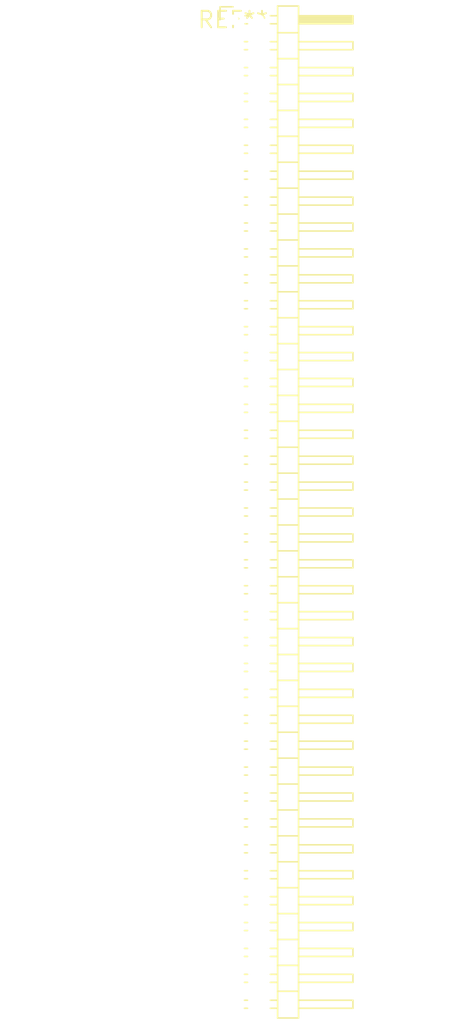
<source format=kicad_pcb>
(kicad_pcb (version 20240108) (generator pcbnew)
  (layers (0 "F.Cu" signal) (31 "B.Cu" signal) (34 "B.Paste" user) (35 "F.Paste" user) (36 "B.SilkS" user "B.Silkscreen") (37 "F.SilkS" user "F.Silkscreen") (38 "B.Mask" user) (39 "F.Mask" user) (44 "Edge.Cuts" user))
  (net 0 "")
  (footprint "PinHeader_2x39_P2.00mm_Horizontal" (layer "F.Cu") (at 0 0)
    (property "Reference" "REF**")
    (property "Value" "PinHeader_2x39_P2.00mm_Horizontal")
    (fp_line (start -1 -1) (end 0 -1) (layer "F.SilkS") (stroke (width 0.12)))
    (fp_line (start -1 0) (end -1 -1) (layer "F.SilkS") (stroke (width 0.12)))
    (fp_line (start 0.882114 1.69) (end 1.117886 1.69) (layer "F.SilkS") (stroke (width 0.12)))
    (fp_line (start 0.882114 2.31) (end 1.117886 2.31) (layer "F.SilkS") (stroke (width 0.12)))
    (fp_line (start 0.882114 3.69) (end 1.117886 3.69) (layer "F.SilkS") (stroke (width 0.12)))
    (fp_line (start 0.882114 4.31) (end 1.117886 4.31) (layer "F.SilkS") (stroke (width 0.12)))
    (fp_line (start 0.882114 5.69) (end 1.117886 5.69) (layer "F.SilkS") (stroke (width 0.12)))
    (fp_line (start 0.882114 6.31) (end 1.117886 6.31) (layer "F.SilkS") (stroke (width 0.12)))
    (fp_line (start 0.882114 7.69) (end 1.117886 7.69) (layer "F.SilkS") (stroke (width 0.12)))
    (fp_line (start 0.882114 8.31) (end 1.117886 8.31) (layer "F.SilkS") (stroke (width 0.12)))
    (fp_line (start 0.882114 9.69) (end 1.117886 9.69) (layer "F.SilkS") (stroke (width 0.12)))
    (fp_line (start 0.882114 10.31) (end 1.117886 10.31) (layer "F.SilkS") (stroke (width 0.12)))
    (fp_line (start 0.882114 11.69) (end 1.117886 11.69) (layer "F.SilkS") (stroke (width 0.12)))
    (fp_line (start 0.882114 12.31) (end 1.117886 12.31) (layer "F.SilkS") (stroke (width 0.12)))
    (fp_line (start 0.882114 13.69) (end 1.117886 13.69) (layer "F.SilkS") (stroke (width 0.12)))
    (fp_line (start 0.882114 14.31) (end 1.117886 14.31) (layer "F.SilkS") (stroke (width 0.12)))
    (fp_line (start 0.882114 15.69) (end 1.117886 15.69) (layer "F.SilkS") (stroke (width 0.12)))
    (fp_line (start 0.882114 16.31) (end 1.117886 16.31) (layer "F.SilkS") (stroke (width 0.12)))
    (fp_line (start 0.882114 17.69) (end 1.117886 17.69) (layer "F.SilkS") (stroke (width 0.12)))
    (fp_line (start 0.882114 18.31) (end 1.117886 18.31) (layer "F.SilkS") (stroke (width 0.12)))
    (fp_line (start 0.882114 19.69) (end 1.117886 19.69) (layer "F.SilkS") (stroke (width 0.12)))
    (fp_line (start 0.882114 20.31) (end 1.117886 20.31) (layer "F.SilkS") (stroke (width 0.12)))
    (fp_line (start 0.882114 21.69) (end 1.117886 21.69) (layer "F.SilkS") (stroke (width 0.12)))
    (fp_line (start 0.882114 22.31) (end 1.117886 22.31) (layer "F.SilkS") (stroke (width 0.12)))
    (fp_line (start 0.882114 23.69) (end 1.117886 23.69) (layer "F.SilkS") (stroke (width 0.12)))
    (fp_line (start 0.882114 24.31) (end 1.117886 24.31) (layer "F.SilkS") (stroke (width 0.12)))
    (fp_line (start 0.882114 25.69) (end 1.117886 25.69) (layer "F.SilkS") (stroke (width 0.12)))
    (fp_line (start 0.882114 26.31) (end 1.117886 26.31) (layer "F.SilkS") (stroke (width 0.12)))
    (fp_line (start 0.882114 27.69) (end 1.117886 27.69) (layer "F.SilkS") (stroke (width 0.12)))
    (fp_line (start 0.882114 28.31) (end 1.117886 28.31) (layer "F.SilkS") (stroke (width 0.12)))
    (fp_line (start 0.882114 29.69) (end 1.117886 29.69) (layer "F.SilkS") (stroke (width 0.12)))
    (fp_line (start 0.882114 30.31) (end 1.117886 30.31) (layer "F.SilkS") (stroke (width 0.12)))
    (fp_line (start 0.882114 31.69) (end 1.117886 31.69) (layer "F.SilkS") (stroke (width 0.12)))
    (fp_line (start 0.882114 32.31) (end 1.117886 32.31) (layer "F.SilkS") (stroke (width 0.12)))
    (fp_line (start 0.882114 33.69) (end 1.117886 33.69) (layer "F.SilkS") (stroke (width 0.12)))
    (fp_line (start 0.882114 34.31) (end 1.117886 34.31) (layer "F.SilkS") (stroke (width 0.12)))
    (fp_line (start 0.882114 35.69) (end 1.117886 35.69) (layer "F.SilkS") (stroke (width 0.12)))
    (fp_line (start 0.882114 36.31) (end 1.117886 36.31) (layer "F.SilkS") (stroke (width 0.12)))
    (fp_line (start 0.882114 37.69) (end 1.117886 37.69) (layer "F.SilkS") (stroke (width 0.12)))
    (fp_line (start 0.882114 38.31) (end 1.117886 38.31) (layer "F.SilkS") (stroke (width 0.12)))
    (fp_line (start 0.882114 39.69) (end 1.117886 39.69) (layer "F.SilkS") (stroke (width 0.12)))
    (fp_line (start 0.882114 40.31) (end 1.117886 40.31) (layer "F.SilkS") (stroke (width 0.12)))
    (fp_line (start 0.882114 41.69) (end 1.117886 41.69) (layer "F.SilkS") (stroke (width 0.12)))
    (fp_line (start 0.882114 42.31) (end 1.117886 42.31) (layer "F.SilkS") (stroke (width 0.12)))
    (fp_line (start 0.882114 43.69) (end 1.117886 43.69) (layer "F.SilkS") (stroke (width 0.12)))
    (fp_line (start 0.882114 44.31) (end 1.117886 44.31) (layer "F.SilkS") (stroke (width 0.12)))
    (fp_line (start 0.882114 45.69) (end 1.117886 45.69) (layer "F.SilkS") (stroke (width 0.12)))
    (fp_line (start 0.882114 46.31) (end 1.117886 46.31) (layer "F.SilkS") (stroke (width 0.12)))
    (fp_line (start 0.882114 47.69) (end 1.117886 47.69) (layer "F.SilkS") (stroke (width 0.12)))
    (fp_line (start 0.882114 48.31) (end 1.117886 48.31) (layer "F.SilkS") (stroke (width 0.12)))
    (fp_line (start 0.882114 49.69) (end 1.117886 49.69) (layer "F.SilkS") (stroke (width 0.12)))
    (fp_line (start 0.882114 50.31) (end 1.117886 50.31) (layer "F.SilkS") (stroke (width 0.12)))
    (fp_line (start 0.882114 51.69) (end 1.117886 51.69) (layer "F.SilkS") (stroke (width 0.12)))
    (fp_line (start 0.882114 52.31) (end 1.117886 52.31) (layer "F.SilkS") (stroke (width 0.12)))
    (fp_line (start 0.882114 53.69) (end 1.117886 53.69) (layer "F.SilkS") (stroke (width 0.12)))
    (fp_line (start 0.882114 54.31) (end 1.117886 54.31) (layer "F.SilkS") (stroke (width 0.12)))
    (fp_line (start 0.882114 55.69) (end 1.117886 55.69) (layer "F.SilkS") (stroke (width 0.12)))
    (fp_line (start 0.882114 56.31) (end 1.117886 56.31) (layer "F.SilkS") (stroke (width 0.12)))
    (fp_line (start 0.882114 57.69) (end 1.117886 57.69) (layer "F.SilkS") (stroke (width 0.12)))
    (fp_line (start 0.882114 58.31) (end 1.117886 58.31) (layer "F.SilkS") (stroke (width 0.12)))
    (fp_line (start 0.882114 59.69) (end 1.117886 59.69) (layer "F.SilkS") (stroke (width 0.12)))
    (fp_line (start 0.882114 60.31) (end 1.117886 60.31) (layer "F.SilkS") (stroke (width 0.12)))
    (fp_line (start 0.882114 61.69) (end 1.117886 61.69) (layer "F.SilkS") (stroke (width 0.12)))
    (fp_line (start 0.882114 62.31) (end 1.117886 62.31) (layer "F.SilkS") (stroke (width 0.12)))
    (fp_line (start 0.882114 63.69) (end 1.117886 63.69) (layer "F.SilkS") (stroke (width 0.12)))
    (fp_line (start 0.882114 64.31) (end 1.117886 64.31) (layer "F.SilkS") (stroke (width 0.12)))
    (fp_line (start 0.882114 65.69) (end 1.117886 65.69) (layer "F.SilkS") (stroke (width 0.12)))
    (fp_line (start 0.882114 66.31) (end 1.117886 66.31) (layer "F.SilkS") (stroke (width 0.12)))
    (fp_line (start 0.882114 67.69) (end 1.117886 67.69) (layer "F.SilkS") (stroke (width 0.12)))
    (fp_line (start 0.882114 68.31) (end 1.117886 68.31) (layer "F.SilkS") (stroke (width 0.12)))
    (fp_line (start 0.882114 69.69) (end 1.117886 69.69) (layer "F.SilkS") (stroke (width 0.12)))
    (fp_line (start 0.882114 70.31) (end 1.117886 70.31) (layer "F.SilkS") (stroke (width 0.12)))
    (fp_line (start 0.882114 71.69) (end 1.117886 71.69) (layer "F.SilkS") (stroke (width 0.12)))
    (fp_line (start 0.882114 72.31) (end 1.117886 72.31) (layer "F.SilkS") (stroke (width 0.12)))
    (fp_line (start 0.882114 73.69) (end 1.117886 73.69) (layer "F.SilkS") (stroke (width 0.12)))
    (fp_line (start 0.882114 74.31) (end 1.117886 74.31) (layer "F.SilkS") (stroke (width 0.12)))
    (fp_line (start 0.882114 75.69) (end 1.117886 75.69) (layer "F.SilkS") (stroke (width 0.12)))
    (fp_line (start 0.882114 76.31) (end 1.117886 76.31) (layer "F.SilkS") (stroke (width 0.12)))
    (fp_line (start 0.935 -0.31) (end 1.117886 -0.31) (layer "F.SilkS") (stroke (width 0.12)))
    (fp_line (start 0.935 0.31) (end 1.117886 0.31) (layer "F.SilkS") (stroke (width 0.12)))
    (fp_line (start 2.882114 -0.31) (end 3.44 -0.31) (layer "F.SilkS") (stroke (width 0.12)))
    (fp_line (start 2.882114 0.31) (end 3.44 0.31) (layer "F.SilkS") (stroke (width 0.12)))
    (fp_line (start 2.882114 1.69) (end 3.44 1.69) (layer "F.SilkS") (stroke (width 0.12)))
    (fp_line (start 2.882114 2.31) (end 3.44 2.31) (layer "F.SilkS") (stroke (width 0.12)))
    (fp_line (start 2.882114 3.69) (end 3.44 3.69) (layer "F.SilkS") (stroke (width 0.12)))
    (fp_line (start 2.882114 4.31) (end 3.44 4.31) (layer "F.SilkS") (stroke (width 0.12)))
    (fp_line (start 2.882114 5.69) (end 3.44 5.69) (layer "F.SilkS") (stroke (width 0.12)))
    (fp_line (start 2.882114 6.31) (end 3.44 6.31) (layer "F.SilkS") (stroke (width 0.12)))
    (fp_line (start 2.882114 7.69) (end 3.44 7.69) (layer "F.SilkS") (stroke (width 0.12)))
    (fp_line (start 2.882114 8.31) (end 3.44 8.31) (layer "F.SilkS") (stroke (width 0.12)))
    (fp_line (start 2.882114 9.69) (end 3.44 9.69) (layer "F.SilkS") (stroke (width 0.12)))
    (fp_line (start 2.882114 10.31) (end 3.44 10.31) (layer "F.SilkS") (stroke (width 0.12)))
    (fp_line (start 2.882114 11.69) (end 3.44 11.69) (layer "F.SilkS") (stroke (width 0.12)))
    (fp_line (start 2.882114 12.31) (end 3.44 12.31) (layer "F.SilkS") (stroke (width 0.12)))
    (fp_line (start 2.882114 13.69) (end 3.44 13.69) (layer "F.SilkS") (stroke (width 0.12)))
    (fp_line (start 2.882114 14.31) (end 3.44 14.31) (layer "F.SilkS") (stroke (width 0.12)))
    (fp_line (start 2.882114 15.69) (end 3.44 15.69) (layer "F.SilkS") (stroke (width 0.12)))
    (fp_line (start 2.882114 16.31) (end 3.44 16.31) (layer "F.SilkS") (stroke (width 0.12)))
    (fp_line (start 2.882114 17.69) (end 3.44 17.69) (layer "F.SilkS") (stroke (width 0.12)))
    (fp_line (start 2.882114 18.31) (end 3.44 18.31) (layer "F.SilkS") (stroke (width 0.12)))
    (fp_line (start 2.882114 19.69) (end 3.44 19.69) (layer "F.SilkS") (stroke (width 0.12)))
    (fp_line (start 2.882114 20.31) (end 3.44 20.31) (layer "F.SilkS") (stroke (width 0.12)))
    (fp_line (start 2.882114 21.69) (end 3.44 21.69) (layer "F.SilkS") (stroke (width 0.12)))
    (fp_line (start 2.882114 22.31) (end 3.44 22.31) (layer "F.SilkS") (stroke (width 0.12)))
    (fp_line (start 2.882114 23.69) (end 3.44 23.69) (layer "F.SilkS") (stroke (width 0.12)))
    (fp_line (start 2.882114 24.31) (end 3.44 24.31) (layer "F.SilkS") (stroke (width 0.12)))
    (fp_line (start 2.882114 25.69) (end 3.44 25.69) (layer "F.SilkS") (stroke (width 0.12)))
    (fp_line (start 2.882114 26.31) (end 3.44 26.31) (layer "F.SilkS") (stroke (width 0.12)))
    (fp_line (start 2.882114 27.69) (end 3.44 27.69) (layer "F.SilkS") (stroke (width 0.12)))
    (fp_line (start 2.882114 28.31) (end 3.44 28.31) (layer "F.SilkS") (stroke (width 0.12)))
    (fp_line (start 2.882114 29.69) (end 3.44 29.69) (layer "F.SilkS") (stroke (width 0.12)))
    (fp_line (start 2.882114 30.31) (end 3.44 30.31) (layer "F.SilkS") (stroke (width 0.12)))
    (fp_line (start 2.882114 31.69) (end 3.44 31.69) (layer "F.SilkS") (stroke (width 0.12)))
    (fp_line (start 2.882114 32.31) (end 3.44 32.31) (layer "F.SilkS") (stroke (width 0.12)))
    (fp_line (start 2.882114 33.69) (end 3.44 33.69) (layer "F.SilkS") (stroke (width 0.12)))
    (fp_line (start 2.882114 34.31) (end 3.44 34.31) (layer "F.SilkS") (stroke (width 0.12)))
    (fp_line (start 2.882114 35.69) (end 3.44 35.69) (layer "F.SilkS") (stroke (width 0.12)))
    (fp_line (start 2.882114 36.31) (end 3.44 36.31) (layer "F.SilkS") (stroke (width 0.12)))
    (fp_line (start 2.882114 37.69) (end 3.44 37.69) (layer "F.SilkS") (stroke (width 0.12)))
    (fp_line (start 2.882114 38.31) (end 3.44 38.31) (layer "F.SilkS") (stroke (width 0.12)))
    (fp_line (start 2.882114 39.69) (end 3.44 39.69) (layer "F.SilkS") (stroke (width 0.12)))
    (fp_line (start 2.882114 40.31) (end 3.44 40.31) (layer "F.SilkS") (stroke (width 0.12)))
    (fp_line (start 2.882114 41.69) (end 3.44 41.69) (layer "F.SilkS") (stroke (width 0.12)))
    (fp_line (start 2.882114 42.31) (end 3.44 42.31) (layer "F.SilkS") (stroke (width 0.12)))
    (fp_line (start 2.882114 43.69) (end 3.44 43.69) (layer "F.SilkS") (stroke (width 0.12)))
    (fp_line (start 2.882114 44.31) (end 3.44 44.31) (layer "F.SilkS") (stroke (width 0.12)))
    (fp_line (start 2.882114 45.69) (end 3.44 45.69) (layer "F.SilkS") (stroke (width 0.12)))
    (fp_line (start 2.882114 46.31) (end 3.44 46.31) (layer "F.SilkS") (stroke (width 0.12)))
    (fp_line (start 2.882114 47.69) (end 3.44 47.69) (layer "F.SilkS") (stroke (width 0.12)))
    (fp_line (start 2.882114 48.31) (end 3.44 48.31) (layer "F.SilkS") (stroke (width 0.12)))
    (fp_line (start 2.882114 49.69) (end 3.44 49.69) (layer "F.SilkS") (stroke (width 0.12)))
    (fp_line (start 2.882114 50.31) (end 3.44 50.31) (layer "F.SilkS") (stroke (width 0.12)))
    (fp_line (start 2.882114 51.69) (end 3.44 51.69) (layer "F.SilkS") (stroke (width 0.12)))
    (fp_line (start 2.882114 52.31) (end 3.44 52.31) (layer "F.SilkS") (stroke (width 0.12)))
    (fp_line (start 2.882114 53.69) (end 3.44 53.69) (layer "F.SilkS") (stroke (width 0.12)))
    (fp_line (start 2.882114 54.31) (end 3.44 54.31) (layer "F.SilkS") (stroke (width 0.12)))
    (fp_line (start 2.882114 55.69) (end 3.44 55.69) (layer "F.SilkS") (stroke (width 0.12)))
    (fp_line (start 2.882114 56.31) (end 3.44 56.31) (layer "F.SilkS") (stroke (width 0.12)))
    (fp_line (start 2.882114 57.69) (end 3.44 57.69) (layer "F.SilkS") (stroke (width 0.12)))
    (fp_line (start 2.882114 58.31) (end 3.44 58.31) (layer "F.SilkS") (stroke (width 0.12)))
    (fp_line (start 2.882114 59.69) (end 3.44 59.69) (layer "F.SilkS") (stroke (width 0.12)))
    (fp_line (start 2.882114 60.31) (end 3.44 60.31) (layer "F.SilkS") (stroke (width 0.12)))
    (fp_line (start 2.882114 61.69) (end 3.44 61.69) (layer "F.SilkS") (stroke (width 0.12)))
    (fp_line (start 2.882114 62.31) (end 3.44 62.31) (layer "F.SilkS") (stroke (width 0.12)))
    (fp_line (start 2.882114 63.69) (end 3.44 63.69) (layer "F.SilkS") (stroke (width 0.12)))
    (fp_line (start 2.882114 64.31) (end 3.44 64.31) (layer "F.SilkS") (stroke (width 0.12)))
    (fp_line (start 2.882114 65.69) (end 3.44 65.69) (layer "F.SilkS") (stroke (width 0.12)))
    (fp_line (start 2.882114 66.31) (end 3.44 66.31) (layer "F.SilkS") (stroke (width 0.12)))
    (fp_line (start 2.882114 67.69) (end 3.44 67.69) (layer "F.SilkS") (stroke (width 0.12)))
    (fp_line (start 2.882114 68.31) (end 3.44 68.31) (layer "F.SilkS") (stroke (width 0.12)))
    (fp_line (start 2.882114 69.69) (end 3.44 69.69) (layer "F.SilkS") (stroke (width 0.12)))
    (fp_line (start 2.882114 70.31) (end 3.44 70.31) (layer "F.SilkS") (stroke (width 0.12)))
    (fp_line (start 2.882114 71.69) (end 3.44 71.69) (layer "F.SilkS") (stroke (width 0.12)))
    (fp_line (start 2.882114 72.31) (end 3.44 72.31) (layer "F.SilkS") (stroke (width 0.12)))
    (fp_line (start 2.882114 73.69) (end 3.44 73.69) (layer "F.SilkS") (stroke (width 0.12)))
    (fp_line (start 2.882114 74.31) (end 3.44 74.31) (layer "F.SilkS") (stroke (width 0.12)))
    (fp_line (start 2.882114 75.69) (end 3.44 75.69) (layer "F.SilkS") (stroke (width 0.12)))
    (fp_line (start 2.882114 76.31) (end 3.44 76.31) (layer "F.SilkS") (stroke (width 0.12)))
    (fp_line (start 3.44 -1.06) (end 3.44 77.06) (layer "F.SilkS") (stroke (width 0.12)))
    (fp_line (start 3.44 1) (end 5.06 1) (layer "F.SilkS") (stroke (width 0.12)))
    (fp_line (start 3.44 3) (end 5.06 3) (layer "F.SilkS") (stroke (width 0.12)))
    (fp_line (start 3.44 5) (end 5.06 5) (layer "F.SilkS") (stroke (width 0.12)))
    (fp_line (start 3.44 7) (end 5.06 7) (layer "F.SilkS") (stroke (width 0.12)))
    (fp_line (start 3.44 9) (end 5.06 9) (layer "F.SilkS") (stroke (width 0.12)))
    (fp_line (start 3.44 11) (end 5.06 11) (layer "F.SilkS") (stroke (width 0.12)))
    (fp_line (start 3.44 13) (end 5.06 13) (layer "F.SilkS") (stroke (width 0.12)))
    (fp_line (start 3.44 15) (end 5.06 15) (layer "F.SilkS") (stroke (width 0.12)))
    (fp_line (start 3.44 17) (end 5.06 17) (layer "F.SilkS") (stroke (width 0.12)))
    (fp_line (start 3.44 19) (end 5.06 19) (layer "F.SilkS") (stroke (width 0.12)))
    (fp_line (start 3.44 21) (end 5.06 21) (layer "F.SilkS") (stroke (width 0.12)))
    (fp_line (start 3.44 23) (end 5.06 23) (layer "F.SilkS") (stroke (width 0.12)))
    (fp_line (start 3.44 25) (end 5.06 25) (layer "F.SilkS") (stroke (width 0.12)))
    (fp_line (start 3.44 27) (end 5.06 27) (layer "F.SilkS") (stroke (width 0.12)))
    (fp_line (start 3.44 29) (end 5.06 29) (layer "F.SilkS") (stroke (width 0.12)))
    (fp_line (start 3.44 31) (end 5.06 31) (layer "F.SilkS") (stroke (width 0.12)))
    (fp_line (start 3.44 33) (end 5.06 33) (layer "F.SilkS") (stroke (width 0.12)))
    (fp_line (start 3.44 35) (end 5.06 35) (layer "F.SilkS") (stroke (width 0.12)))
    (fp_line (start 3.44 37) (end 5.06 37) (layer "F.SilkS") (stroke (width 0.12)))
    (fp_line (start 3.44 39) (end 5.06 39) (layer "F.SilkS") (stroke (width 0.12)))
    (fp_line (start 3.44 41) (end 5.06 41) (layer "F.SilkS") (stroke (width 0.12)))
    (fp_line (start 3.44 43) (end 5.06 43) (layer "F.SilkS") (stroke (width 0.12)))
    (fp_line (start 3.44 45) (end 5.06 45) (layer "F.SilkS") (stroke (width 0.12)))
    (fp_line (start 3.44 47) (end 5.06 47) (layer "F.SilkS") (stroke (width 0.12)))
    (fp_line (start 3.44 49) (end 5.06 49) (layer "F.SilkS") (stroke (width 0.12)))
    (fp_line (start 3.44 51) (end 5.06 51) (layer "F.SilkS") (stroke (width 0.12)))
    (fp_line (start 3.44 53) (end 5.06 53) (layer "F.SilkS") (stroke (width 0.12)))
    (fp_line (start 3.44 55) (end 5.06 55) (layer "F.SilkS") (stroke (width 0.12)))
    (fp_line (start 3.44 57) (end 5.06 57) (layer "F.SilkS") (stroke (width 0.12)))
    (fp_line (start 3.44 59) (end 5.06 59) (layer "F.SilkS") (stroke (width 0.12)))
    (fp_line (start 3.44 61) (end 5.06 61) (layer "F.SilkS") (stroke (width 0.12)))
    (fp_line (start 3.44 63) (end 5.06 63) (layer "F.SilkS") (stroke (width 0.12)))
    (fp_line (start 3.44 65) (end 5.06 65) (layer "F.SilkS") (stroke (width 0.12)))
    (fp_line (start 3.44 67) (end 5.06 67) (layer "F.SilkS") (stroke (width 0.12)))
    (fp_line (start 3.44 69) (end 5.06 69) (layer "F.SilkS") (stroke (width 0.12)))
    (fp_line (start 3.44 71) (end 5.06 71) (layer "F.SilkS") (stroke (width 0.12)))
    (fp_line (start 3.44 73) (end 5.06 73) (layer "F.SilkS") (stroke (width 0.12)))
    (fp_line (start 3.44 75) (end 5.06 75) (layer "F.SilkS") (stroke (width 0.12)))
    (fp_line (start 3.44 77.06) (end 5.06 77.06) (layer "F.SilkS") (stroke (width 0.12)))
    (fp_line (start 5.06 -1.06) (end 3.44 -1.06) (layer "F.SilkS") (stroke (width 0.12)))
    (fp_line (start 5.06 -0.31) (end 9.26 -0.31) (layer "F.SilkS") (stroke (width 0.12)))
    (fp_line (start 5.06 -0.25) (end 9.26 -0.25) (layer "F.SilkS") (stroke (width 0.12)))
    (fp_line (start 5.06 -0.13) (end 9.26 -0.13) (layer "F.SilkS") (stroke (width 0.12)))
    (fp_line (start 5.06 -0.01) (end 9.26 -0.01) (layer "F.SilkS") (stroke (width 0.12)))
    (fp_line (start 5.06 0.11) (end 9.26 0.11) (layer "F.SilkS") (stroke (width 0.12)))
    (fp_line (start 5.06 0.23) (end 9.26 0.23) (layer "F.SilkS") (stroke (width 0.12)))
    (fp_line (start 5.06 1.69) (end 9.26 1.69) (layer "F.SilkS") (stroke (width 0.12)))
    (fp_line (start 5.06 3.69) (end 9.26 3.69) (layer "F.SilkS") (stroke (width 0.12)))
    (fp_line (start 5.06 5.69) (end 9.26 5.69) (layer "F.SilkS") (stroke (width 0.12)))
    (fp_line (start 5.06 7.69) (end 9.26 7.69) (layer "F.SilkS") (stroke (width 0.12)))
    (fp_line (start 5.06 9.69) (end 9.26 9.69) (layer "F.SilkS") (stroke (width 0.12)))
    (fp_line (start 5.06 11.69) (end 9.26 11.69) (layer "F.SilkS") (stroke (width 0.12)))
    (fp_line (start 5.06 13.69) (end 9.26 13.69) (layer "F.SilkS") (stroke (width 0.12)))
    (fp_line (start 5.06 15.69) (end 9.26 15.69) (layer "F.SilkS") (stroke (width 0.12)))
    (fp_line (start 5.06 17.69) (end 9.26 17.69) (layer "F.SilkS") (stroke (width 0.12)))
    (fp_line (start 5.06 19.69) (end 9.26 19.69) (layer "F.SilkS") (stroke (width 0.12)))
    (fp_line (start 5.06 21.69) (end 9.26 21.69) (layer "F.SilkS") (stroke (width 0.12)))
    (fp_line (start 5.06 23.69) (end 9.26 23.69) (layer "F.SilkS") (stroke (width 0.12)))
    (fp_line (start 5.06 25.69) (end 9.26 25.69) (layer "F.SilkS") (stroke (width 0.12)))
    (fp_line (start 5.06 27.69) (end 9.26 27.69) (layer "F.SilkS") (stroke (width 0.12)))
    (fp_line (start 5.06 29.69) (end 9.26 29.69) (layer "F.SilkS") (stroke (width 0.12)))
    (fp_line (start 5.06 31.69) (end 9.26 31.69) (layer "F.SilkS") (stroke (width 0.12)))
    (fp_line (start 5.06 33.69) (end 9.26 33.69) (layer "F.SilkS") (stroke (width 0.12)))
    (fp_line (start 5.06 35.69) (end 9.26 35.69) (layer "F.SilkS") (stroke (width 0.12)))
    (fp_line (start 5.06 37.69) (end 9.26 37.69) (layer "F.SilkS") (stroke (width 0.12)))
    (fp_line (start 5.06 39.69) (end 9.26 39.69) (layer "F.SilkS") (stroke (width 0.12)))
    (fp_line (start 5.06 41.69) (end 9.26 41.69) (layer "F.SilkS") (stroke (width 0.12)))
    (fp_line (start 5.06 43.69) (end 9.26 43.69) (layer "F.SilkS") (stroke (width 0.12)))
    (fp_line (start 5.06 45.69) (end 9.26 45.69) (layer "F.SilkS") (stroke (width 0.12)))
    (fp_line (start 5.06 47.69) (end 9.26 47.69) (layer "F.SilkS") (stroke (width 0.12)))
    (fp_line (start 5.06 49.69) (end 9.26 49.69) (layer "F.SilkS") (stroke (width 0.12)))
    (fp_line (start 5.06 51.69) (end 9.26 51.69) (layer "F.SilkS") (stroke (width 0.12)))
    (fp_line (start 5.06 53.69) (end 9.26 53.69) (layer "F.SilkS") (stroke (width 0.12)))
    (fp_line (start 5.06 55.69) (end 9.26 55.69) (layer "F.SilkS") (stroke (width 0.12)))
    (fp_line (start 5.06 57.69) (end 9.26 57.69) (layer "F.SilkS") (stroke (width 0.12)))
    (fp_line (start 5.06 59.69) (end 9.26 59.69) (layer "F.SilkS") (stroke (width 0.12)))
    (fp_line (start 5.06 61.69) (end 9.26 61.69) (layer "F.SilkS") (stroke (width 0.12)))
    (fp_line (start 5.06 63.69) (end 9.26 63.69) (layer "F.SilkS") (stroke (width 0.12)))
    (fp_line (start 5.06 65.69) (end 9.26 65.69) (layer "F.SilkS") (stroke (width 0.12)))
    (fp_line (start 5.06 67.69) (end 9.26 67.69) (layer "F.SilkS") (stroke (width 0.12)))
    (fp_line (start 5.06 69.69) (end 9.26 69.69) (layer "F.SilkS") (stroke (width 0.12)))
    (fp_line (start 5.06 71.69) (end 9.26 71.69) (layer "F.SilkS") (stroke (width 0.12)))
    (fp_line (start 5.06 73.69) (end 9.26 73.69) (layer "F.SilkS") (stroke (width 0.12)))
    (fp_line (start 5.06 75.69) (end 9.26 75.69) (layer "F.SilkS") (stroke (width 0.12)))
    (fp_line (start 5.06 77.06) (end 5.06 -1.06) (layer "F.SilkS") (stroke (width 0.12)))
    (fp_line (start 9.26 -0.31) (end 9.26 0.31) (layer "F.SilkS") (stroke (width 0.12)))
    (fp_line (start 9.26 0.31) (end 5.06 0.31) (layer "F.SilkS") (stroke (width 0.12)))
    (fp_line (start 9.26 1.69) (end 9.26 2.31) (layer "F.SilkS") (stroke (width 0.12)))
    (fp_line (start 9.26 2.31) (end 5.06 2.31) (layer "F.SilkS") (stroke (width 0.12)))
    (fp_line (start 9.26 3.69) (end 9.26 4.31) (layer "F.SilkS") (stroke (width 0.12)))
    (fp_line (start 9.26 4.31) (end 5.06 4.31) (layer "F.SilkS") (stroke (width 0.12)))
    (fp_line (start 9.26 5.69) (end 9.26 6.31) (layer "F.SilkS") (stroke (width 0.12)))
    (fp_line (start 9.26 6.31) (end 5.06 6.31) (layer "F.SilkS") (stroke (width 0.12)))
    (fp_line (start 9.26 7.69) (end 9.26 8.31) (layer "F.SilkS") (stroke (width 0.12)))
    (fp_line (start 9.26 8.31) (end 5.06 8.31) (layer "F.SilkS") (stroke (width 0.12)))
    (fp_line (start 9.26 9.69) (end 9.26 10.31) (layer "F.SilkS") (stroke (width 0.12)))
    (fp_line (start 9.26 10.31) (end 5.06 10.31) (layer "F.SilkS") (stroke (width 0.12)))
    (fp_line (start 9.26 11.69) (end 9.26 12.31) (layer "F.SilkS") (stroke (width 0.12)))
    (fp_line (start 9.26 12.31) (end 5.06 12.31) (layer "F.SilkS") (stroke (width 0.12)))
    (fp_line (start 9.26 13.69) (end 9.26 14.31) (layer "F.SilkS") (stroke (width 0.12)))
    (fp_line (start 9.26 14.31) (end 5.06 14.31) (layer "F.SilkS") (stroke (width 0.12)))
    (fp_line (start 9.26 15.69) (end 9.26 16.31) (layer "F.SilkS") (stroke (width 0.12)))
    (fp_line (start 9.26 16.31) (end 5.06 16.31) (layer "F.SilkS") (stroke (width 0.12)))
    (fp_line (start 9.26 17.69) (end 9.26 18.31) (layer "F.SilkS") (stroke (width 0.12)))
    (fp_line (start 9.26 18.31) (end 5.06 18.31) (layer "F.SilkS") (stroke (width 0.12)))
    (fp_line (start 9.26 19.69) (end 9.26 20.31) (layer "F.SilkS") (stroke (width 0.12)))
    (fp_line (start 9.26 20.31) (end 5.06 20.31) (layer "F.SilkS") (stroke (width 0.12)))
    (fp_line (start 9.26 21.69) (end 9.26 22.31) (layer "F.SilkS") (stroke (width 0.12)))
    (fp_line (start 9.26 22.31) (end 5.06 22.31) (layer "F.SilkS") (stroke (width 0.12)))
    (fp_line (start 9.26 23.69) (end 9.26 24.31) (layer "F.SilkS") (stroke (width 0.12)))
    (fp_line (start 9.26 24.31) (end 5.06 24.31) (layer "F.SilkS") (stroke (width 0.12)))
    (fp_line (start 9.26 25.69) (end 9.26 26.31) (layer "F.SilkS") (stroke (width 0.12)))
    (fp_line (start 9.26 26.31) (end 5.06 26.31) (layer "F.SilkS") (stroke (width 0.12)))
    (fp_line (start 9.26 27.69) (end 9.26 28.31) (layer "F.SilkS") (stroke (width 0.12)))
    (fp_line (start 9.26 28.31) (end 5.06 28.31) (layer "F.SilkS") (stroke (width 0.12)))
    (fp_line (start 9.26 29.69) (end 9.26 30.31) (layer "F.SilkS") (stroke (width 0.12)))
    (fp_line (start 9.26 30.31) (end 5.06 30.31) (layer "F.SilkS") (stroke (width 0.12)))
    (fp_line (start 9.26 31.69) (end 9.26 32.31) (layer "F.SilkS") (stroke (width 0.12)))
    (fp_line (start 9.26 32.31) (end 5.06 32.31) (layer "F.SilkS") (stroke (width 0.12)))
    (fp_line (start 9.26 33.69) (end 9.26 34.31) (layer "F.SilkS") (stroke (width 0.12)))
    (fp_line (start 9.26 34.31) (end 5.06 34.31) (layer "F.SilkS") (stroke (width 0.12)))
    (fp_line (start 9.26 35.69) (end 9.26 36.31) (layer "F.SilkS") (stroke (width 0.12)))
    (fp_line (start 9.26 36.31) (end 5.06 36.31) (layer "F.SilkS") (stroke (width 0.12)))
    (fp_line (start 9.26 37.69) (end 9.26 38.31) (layer "F.SilkS") (stroke (width 0.12)))
    (fp_line (start 9.26 38.31) (end 5.06 38.31) (layer "F.SilkS") (stroke (width 0.12)))
    (fp_line (start 9.26 39.69) (end 9.26 40.31) (layer "F.SilkS") (stroke (width 0.12)))
    (fp_line (start 9.26 40.31) (end 5.06 40.31) (layer "F.SilkS") (stroke (width 0.12)))
    (fp_line (start 9.26 41.69) (end 9.26 42.31) (layer "F.SilkS") (stroke (width 0.12)))
    (fp_line (start 9.26 42.31) (end 5.06 42.31) (layer "F.SilkS") (stroke (width 0.12)))
    (fp_line (start 9.26 43.69) (end 9.26 44.31) (layer "F.SilkS") (stroke (width 0.12)))
    (fp_line (start 9.26 44.31) (end 5.06 44.31) (layer "F.SilkS") (stroke (width 0.12)))
    (fp_line (start 9.26 45.69) (end 9.26 46.31) (layer "F.SilkS") (stroke (width 0.12)))
    (fp_line (start 9.26 46.31) (end 5.06 46.31) (layer "F.SilkS") (stroke (width 0.12)))
    (fp_line (start 9.26 47.69) (end 9.26 48.31) (layer "F.SilkS") (stroke (width 0.12)))
    (fp_line (start 9.26 48.31) (end 5.06 48.31) (layer "F.SilkS") (stroke (width 0.12)))
    (fp_line (start 9.26 49.69) (end 9.26 50.31) (layer "F.SilkS") (stroke (width 0.12)))
    (fp_line (start 9.26 50.31) (end 5.06 50.31) (layer "F.SilkS") (stroke (width 0.12)))
    (fp_line (start 9.26 51.69) (end 9.26 52.31) (layer "F.SilkS") (stroke (width 0.12)))
    (fp_line (start 9.26 52.31) (end 5.06 52.31) (layer "F.SilkS") (stroke (width 0.12)))
    (fp_line (start 9.26 53.69) (end 9.26 54.31) (layer "F.SilkS") (stroke (width 0.12)))
    (fp_line (start 9.26 54.31) (end 5.06 54.31) (layer "F.SilkS") (stroke (width 0.12)))
    (fp_line (start 9.26 55.69) (end 9.26 56.31) (layer "F.SilkS") (stroke (width 0.12)))
    (fp_line (start 9.26 56.31) (end 5.06 56.31) (layer "F.SilkS") (stroke (width 0.12)))
    (fp_line (start 9.26 57.69) (end 9.26 58.31) (layer "F.SilkS") (stroke (width 0.12)))
    (fp_line (start 9.26 58.31) (end 5.06 58.31) (layer "F.SilkS") (stroke (width 0.12)))
    (fp_line (start 9.26 59.69) (end 9.26 60.31) (layer "F.SilkS") (stroke (width 0.12)))
    (fp_line (start 9.26 60.31) (end 5.06 60.31) (layer "F.SilkS") (stroke (width 0.12)))
    (fp_line (start 9.26 61.69) (end 9.26 62.31) (layer "F.SilkS") (stroke (width 0.12)))
    (fp_line (start 9.26 62.31) (end 5.06 62.31) (layer "F.SilkS") (stroke (width 0.12)))
    (fp_line (start 9.26 63.69) (end 9.26 64.31) (layer "F.SilkS") (stroke (width 0.12)))
    (fp_line (start 9.26 64.31) (end 5.06 64.31) (layer "F.SilkS") (stroke (width 0.12)))
    (fp_line (start 9.26 65.69) (end 9.26 66.31) (layer "F.SilkS") (stroke (width 0.12)))
    (fp_line (start 9.26 66.31) (end 5.06 66.31) (layer "F.SilkS") (stroke (width 0.12)))
    (fp_line (start 9.26 67.69) (end 9.26 68.31) (layer "F.SilkS") (stroke (width 0.12)))
    (fp_line (start 9.26 68.31) (end 5.06 68.31) (layer "F.SilkS") (stroke (width 0.12)))
    (fp_line (start 9.26 69.69) (end 9.26 70.31) (layer "F.SilkS") (stroke (width 0.12)))
    (fp_line (start 9.26 70.31) (end 5.06 70.31) (layer "F.SilkS") (stroke (width 0.12)))
    (fp_line (start 9.26 71.69) (end 9.26 72.31) (layer "F.SilkS") (stroke (width 0.12)))
    (fp_line (start 9.26 72.31) (end 5.06 72.31) (layer "F.SilkS") (stroke (width 0.12)))
    (fp_line (start 9.26 73.69) (end 9.26 74.31) (layer "F.SilkS") (stroke (width 0.12)))
    (fp_line (start 9.26 74.31) (end 5.06 74.31) (layer "F.SilkS") (stroke (width 0.12)))
    (fp_line (start 9.26 75.69) (end 9.26 76.31) (layer "F.SilkS") (stroke (width 0.12)))
    (fp_line (start 9.26 76.31) (end 5.06 76.31) (layer "F.SilkS") (stroke (width 0.12)))
    (pad "1" thru_hole rect (at 0 0) (size 1.35 1.35) (drill 0.8) (layers *.Cu *.Mask) (remove_unused_layers))
    (pad "2" thru_hole oval (at 2 0) (size 1.35 1.35) (drill 0.8) (layers *.Cu *.Mask) (remove_unused_layers))
    (pad "3" thru_hole oval (at 0 2) (size 1.35 1.35) (drill 0.8) (layers *.Cu *.Mask) (remove_unused_layers))
    (pad "4" thru_hole oval (at 2 2) (size 1.35 1.35) (drill 0.8) (layers *.Cu *.Mask) (remove_unused_layers))
    (pad "5" thru_hole oval (at 0 4) (size 1.35 1.35) (drill 0.8) (layers *.Cu *.Mask) (remove_unused_layers))
    (pad "6" thru_hole oval (at 2 4) (size 1.35 1.35) (drill 0.8) (layers *.Cu *.Mask) (remove_unused_layers))
    (pad "7" thru_hole oval (at 0 6) (size 1.35 1.35) (drill 0.8) (layers *.Cu *.Mask) (remove_unused_layers))
    (pad "8" thru_hole oval (at 2 6) (size 1.35 1.35) (drill 0.8) (layers *.Cu *.Mask) (remove_unused_layers))
    (pad "9" thru_hole oval (at 0 8) (size 1.35 1.35) (drill 0.8) (layers *.Cu *.Mask) (remove_unused_layers))
    (pad "10" thru_hole oval (at 2 8) (size 1.35 1.35) (drill 0.8) (layers *.Cu *.Mask) (remove_unused_layers))
    (pad "11" thru_hole oval (at 0 10) (size 1.35 1.35) (drill 0.8) (layers *.Cu *.Mask) (remove_unused_layers))
    (pad "12" thru_hole oval (at 2 10) (size 1.35 1.35) (drill 0.8) (layers *.Cu *.Mask) (remove_unused_layers))
    (pad "13" thru_hole oval (at 0 12) (size 1.35 1.35) (drill 0.8) (layers *.Cu *.Mask) (remove_unused_layers))
    (pad "14" thru_hole oval (at 2 12) (size 1.35 1.35) (drill 0.8) (layers *.Cu *.Mask) (remove_unused_layers))
    (pad "15" thru_hole oval (at 0 14) (size 1.35 1.35) (drill 0.8) (layers *.Cu *.Mask) (remove_unused_layers))
    (pad "16" thru_hole oval (at 2 14) (size 1.35 1.35) (drill 0.8) (layers *.Cu *.Mask) (remove_unused_layers))
    (pad "17" thru_hole oval (at 0 16) (size 1.35 1.35) (drill 0.8) (layers *.Cu *.Mask) (remove_unused_layers))
    (pad "18" thru_hole oval (at 2 16) (size 1.35 1.35) (drill 0.8) (layers *.Cu *.Mask) (remove_unused_layers))
    (pad "19" thru_hole oval (at 0 18) (size 1.35 1.35) (drill 0.8) (layers *.Cu *.Mask) (remove_unused_layers))
    (pad "20" thru_hole oval (at 2 18) (size 1.35 1.35) (drill 0.8) (layers *.Cu *.Mask) (remove_unused_layers))
    (pad "21" thru_hole oval (at 0 20) (size 1.35 1.35) (drill 0.8) (layers *.Cu *.Mask) (remove_unused_layers))
    (pad "22" thru_hole oval (at 2 20) (size 1.35 1.35) (drill 0.8) (layers *.Cu *.Mask) (remove_unused_layers))
    (pad "23" thru_hole oval (at 0 22) (size 1.35 1.35) (drill 0.8) (layers *.Cu *.Mask) (remove_unused_layers))
    (pad "24" thru_hole oval (at 2 22) (size 1.35 1.35) (drill 0.8) (layers *.Cu *.Mask) (remove_unused_layers))
    (pad "25" thru_hole oval (at 0 24) (size 1.35 1.35) (drill 0.8) (layers *.Cu *.Mask) (remove_unused_layers))
    (pad "26" thru_hole oval (at 2 24) (size 1.35 1.35) (drill 0.8) (layers *.Cu *.Mask) (remove_unused_layers))
    (pad "27" thru_hole oval (at 0 26) (size 1.35 1.35) (drill 0.8) (layers *.Cu *.Mask) (remove_unused_layers))
    (pad "28" thru_hole oval (at 2 26) (size 1.35 1.35) (drill 0.8) (layers *.Cu *.Mask) (remove_unused_layers))
    (pad "29" thru_hole oval (at 0 28) (size 1.35 1.35) (drill 0.8) (layers *.Cu *.Mask) (remove_unused_layers))
    (pad "30" thru_hole oval (at 2 28) (size 1.35 1.35) (drill 0.8) (layers *.Cu *.Mask) (remove_unused_layers))
    (pad "31" thru_hole oval (at 0 30) (size 1.35 1.35) (drill 0.8) (layers *.Cu *.Mask) (remove_unused_layers))
    (pad "32" thru_hole oval (at 2 30) (size 1.35 1.35) (drill 0.8) (layers *.Cu *.Mask) (remove_unused_layers))
    (pad "33" thru_hole oval (at 0 32) (size 1.35 1.35) (drill 0.8) (layers *.Cu *.Mask) (remove_unused_layers))
    (pad "34" thru_hole oval (at 2 32) (size 1.35 1.35) (drill 0.8) (layers *.Cu *.Mask) (remove_unused_layers))
    (pad "35" thru_hole oval (at 0 34) (size 1.35 1.35) (drill 0.8) (layers *.Cu *.Mask) (remove_unused_layers))
    (pad "36" thru_hole oval (at 2 34) (size 1.35 1.35) (drill 0.8) (layers *.Cu *.Mask) (remove_unused_layers))
    (pad "37" thru_hole oval (at 0 36) (size 1.35 1.35) (drill 0.8) (layers *.Cu *.Mask) (remove_unused_layers))
    (pad "38" thru_hole oval (at 2 36) (size 1.35 1.35) (drill 0.8) (layers *.Cu *.Mask) (remove_unused_layers))
    (pad "39" thru_hole oval (at 0 38) (size 1.35 1.35) (drill 0.8) (layers *.Cu *.Mask) (remove_unused_layers))
    (pad "40" thru_hole oval (at 2 38) (size 1.35 1.35) (drill 0.8) (layers *.Cu *.Mask) (remove_unused_layers))
    (pad "41" thru_hole oval (at 0 40) (size 1.35 1.35) (drill 0.8) (layers *.Cu *.Mask) (remove_unused_layers))
    (pad "42" thru_hole oval (at 2 40) (size 1.35 1.35) (drill 0.8) (layers *.Cu *.Mask) (remove_unused_layers))
    (pad "43" thru_hole oval (at 0 42) (size 1.35 1.35) (drill 0.8) (layers *.Cu *.Mask) (remove_unused_layers))
    (pad "44" thru_hole oval (at 2 42) (size 1.35 1.35) (drill 0.8) (layers *.Cu *.Mask) (remove_unused_layers))
    (pad "45" thru_hole oval (at 0 44) (size 1.35 1.35) (drill 0.8) (layers *.Cu *.Mask) (remove_unused_layers))
    (pad "46" thru_hole oval (at 2 44) (size 1.35 1.35) (drill 0.8) (layers *.Cu *.Mask) (remove_unused_layers))
    (pad "47" thru_hole oval (at 0 46) (size 1.35 1.35) (drill 0.8) (layers *.Cu *.Mask) (remove_unused_layers))
    (pad "48" thru_hole oval (at 2 46) (size 1.35 1.35) (drill 0.8) (layers *.Cu *.Mask) (remove_unused_layers))
    (pad "49" thru_hole oval (at 0 48) (size 1.35 1.35) (drill 0.8) (layers *.Cu *.Mask) (remove_unused_layers))
    (pad "50" thru_hole oval (at 2 48) (size 1.35 1.35) (drill 0.8) (layers *.Cu *.Mask) (remove_unused_layers))
    (pad "51" thru_hole oval (at 0 50) (size 1.35 1.35) (drill 0.8) (layers *.Cu *.Mask) (remove_unused_layers))
    (pad "52" thru_hole oval (at 2 50) (size 1.35 1.35) (drill 0.8) (layers *.Cu *.Mask) (remove_unused_layers))
    (pad "53" thru_hole oval (at 0 52) (size 1.35 1.35) (drill 0.8) (layers *.Cu *.Mask) (remove_unused_layers))
    (pad "54" thru_hole oval (at 2 52) (size 1.35 1.35) (drill 0.8) (layers *.Cu *.Mask) (remove_unused_layers))
    (pad "55" thru_hole oval (at 0 54) (size 1.35 1.35) (drill 0.8) (layers *.Cu *.Mask) (remove_unused_layers))
    (pad "56" thru_hole oval (at 2 54) (size 1.35 1.35) (drill 0.8) (layers *.Cu *.Mask) (remove_unused_layers))
    (pad "57" thru_hole oval (at 0 56) (size 1.35 1.35) (drill 0.8) (layers *.Cu *.Mask) (remove_unused_layers))
    (pad "58" thru_hole oval (at 2 56) (size 1.35 1.35) (drill 0.8) (layers *.Cu *.Mask) (remove_unused_layers))
    (pad "59" thru_hole oval (at 0 58) (size 1.35 1.35) (drill 0.8) (layers *.Cu *.Mask) (remove_unused_layers))
    (pad "60" thru_hole oval (at 2 58) (size 1.35 1.35) (drill 0.8) (layers *.Cu *.Mask) (remove_unused_layers))
    (pad "61" thru_hole oval (at 0 60) (size 1.35 1.35) (drill 0.8) (layers *.Cu *.Mask) (remove_unused_layers))
    (pad "62" thru_hole oval (at 2 60) (size 1.35 1.35) (drill 0.8) (layers *.Cu *.Mask) (remove_unused_layers))
    (pad "63" thru_hole oval (at 0 62) (size 1.35 1.35) (drill 0.8) (layers *.Cu *.Mask) (remove_unused_layers))
    (pad "64" thru_hole oval (at 2 62) (size 1.35 1.35) (drill 0.8) (layers *.Cu *.Mask) (remove_unused_layers))
    (pad "65" thru_hole oval (at 0 64) (size 1.35 1.35) (drill 0.8) (layers *.Cu *.Mask) (remove_unused_layers))
    (pad "66" thru_hole oval (at 2 64) (size 1.35 1.35) (drill 0.8) (layers *.Cu *.Mask) (remove_unused_layers))
    (pad "67" thru_hole oval (at 0 66) (size 1.35 1.35) (drill 0.8) (layers *.Cu *.Mask) (remove_unused_layers))
    (pad "68" thru_hole oval (at 2 66) (size 1.35 1.35) (drill 0.8) (layers *.Cu *.Mask) (remove_unused_layers))
    (pad "69" thru_hole oval (at 0 68) (size 1.35 1.35) (drill 0.8) (layers *.Cu *.Mask) (remove_unused_layers))
    (pad "70" thru_hole oval (at 2 68) (size 1.35 1.35) (drill 0.8) (layers *.Cu *.Mask) (remove_unused_layers))
    (pad "71" thru_hole oval (at 0 70) (size 1.35 1.35) (drill 0.8) (layers *.Cu *.Mask) (remove_unused_layers))
    (pad "72" thru_hole oval (at 2 70) (size 1.35 1.35) (drill 0.8) (layers *.Cu *.Mask) (remove_unused_layers))
    (pad "73" thru_hole oval (at 0 72) (size 1.35 1.35) (drill 0.8) (layers *.Cu *.Mask) (remove_unused_layers))
    (pad "74" thru_hole oval (at 2 72) (size 1.35 1.35) (drill 0.8) (layers *.Cu *.Mask) (remove_unused_layers))
    (pad "75" thru_hole oval (at 0 74) (size 1.35 1.35) (drill 0.8) (layers *.Cu *.Mask) (remove_unused_layers))
    (pad "76" thru_hole oval (at 2 74) (size 1.35 1.35) (drill 0.8) (layers *.Cu *.Mask) (remove_unused_layers))
    (pad "77" thru_hole oval (at 0 76) (size 1.35 1.35) (drill 0.8) (layers *.Cu *.Mask) (remove_unused_layers))
    (pad "78" thru_hole oval (at 2 76) (size 1.35 1.35) (drill 0.8) (layers *.Cu *.Mask) (remove_unused_layers))
  )
)
</source>
